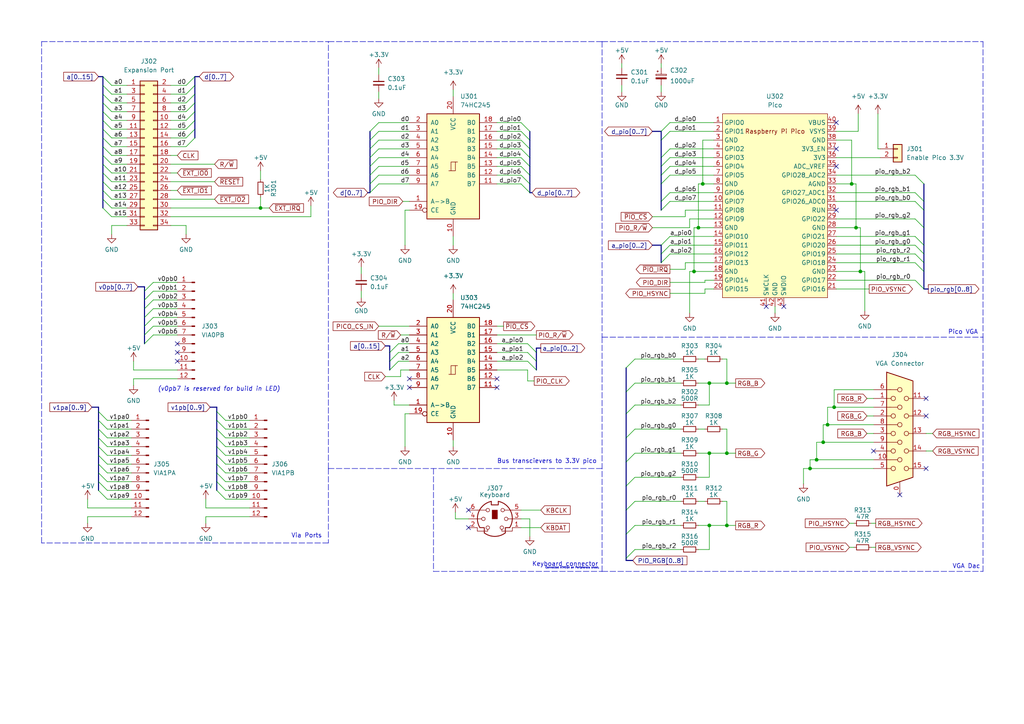
<source format=kicad_sch>
(kicad_sch (version 20211123) (generator eeschema)
  (paper "A4")
  (junction (at 236.855 133.35))
  (junction (at 247.015 53.34))
  (junction (at 241.935 118.11))
  (junction (at 202.565 66.04))
  (junction (at 210.82 131.445))
  (junction (at 75.565 60.325))
  (junction (at 201.295 78.74))
  (junction (at 205.74 111.125))
  (junction (at 249.555 78.74))
  (junction (at 210.82 152.4))
  (junction (at 210.82 111.125))
  (junction (at 205.74 131.445))
  (junction (at 240.03 123.19))
  (junction (at 248.285 66.04))
  (junction (at 238.76 128.27))
  (junction (at 203.835 53.34))
  (junction (at 234.95 135.89))
  (junction (at 205.74 152.4))
  (no_connect (at 260.985 143.51))
  (no_connect (at 253.365 130.81))
  (no_connect (at 135.89 147.955))
  (no_connect (at 135.89 153.035))
  (no_connect (at 144.145 109.855))
  (no_connect (at 118.745 109.855))
  (no_connect (at 268.605 135.89))
  (no_connect (at 268.605 115.57))
  (no_connect (at 268.605 120.65))
  (no_connect (at 144.145 112.395))
  (no_connect (at 118.745 112.395))
  (no_connect (at 51.435 99.695))
  (no_connect (at 51.435 104.775))
  (no_connect (at 51.435 102.235))
  (no_connect (at 242.57 43.18))
  (no_connect (at 242.57 48.26))
  (no_connect (at 242.57 35.56))
  (no_connect (at 242.57 60.96))
  (no_connect (at 227.33 88.9))
  (no_connect (at 222.25 88.9))
  (bus_entry (at 184.15 117.475) (size -2.54 2.54))
  (bus_entry (at 32.385 45.085) (size -2.54 -2.54))
  (bus_entry (at 151.13 43.18) (size 2.54 2.54))
  (bus_entry (at 265.43 58.42) (size 2.54 2.54))
  (bus_entry (at 151.13 50.8) (size 2.54 2.54))
  (bus_entry (at 194.31 68.58) (size -2.54 2.54))
  (bus_entry (at 194.31 73.66) (size -2.54 2.54))
  (bus_entry (at 194.31 71.12) (size -2.54 2.54))
  (bus_entry (at 62.865 121.92) (size 2.54 2.54))
  (bus_entry (at 153.035 104.775) (size 2.54 2.54))
  (bus_entry (at 32.385 29.845) (size -2.54 -2.54))
  (bus_entry (at 65.405 144.78) (size -2.54 -2.54))
  (bus_entry (at 151.13 35.56) (size 2.54 2.54))
  (bus_entry (at 153.035 102.235) (size 2.54 2.54))
  (bus_entry (at 32.385 47.625) (size -2.54 -2.54))
  (bus_entry (at 32.385 40.005) (size -2.54 -2.54))
  (bus_entry (at 109.855 53.34) (size -2.54 2.54))
  (bus_entry (at 109.855 50.8) (size -2.54 2.54))
  (bus_entry (at 109.855 40.64) (size -2.54 2.54))
  (bus_entry (at 109.855 48.26) (size -2.54 2.54))
  (bus_entry (at 109.855 38.1) (size -2.54 2.54))
  (bus_entry (at 109.855 35.56) (size -2.54 2.54))
  (bus_entry (at 109.855 45.72) (size -2.54 2.54))
  (bus_entry (at 109.855 43.18) (size -2.54 2.54))
  (bus_entry (at 184.15 145.415) (size -2.54 2.54))
  (bus_entry (at 184.15 152.4) (size -2.54 2.54))
  (bus_entry (at 184.15 124.46) (size -2.54 2.54))
  (bus_entry (at 184.15 131.445) (size -2.54 2.54))
  (bus_entry (at 184.15 138.43) (size -2.54 2.54))
  (bus_entry (at 65.405 134.62) (size -2.54 -2.54))
  (bus_entry (at 194.31 35.56) (size -2.54 2.54))
  (bus_entry (at 194.31 48.26) (size -2.54 2.54))
  (bus_entry (at 194.31 43.18) (size -2.54 2.54))
  (bus_entry (at 194.31 38.1) (size -2.54 2.54))
  (bus_entry (at 194.31 58.42) (size -2.54 2.54))
  (bus_entry (at 194.31 55.88) (size -2.54 2.54))
  (bus_entry (at 194.31 45.72) (size -2.54 2.54))
  (bus_entry (at 194.31 50.8) (size -2.54 2.54))
  (bus_entry (at 32.385 52.705) (size -2.54 -2.54))
  (bus_entry (at 32.385 42.545) (size -2.54 -2.54))
  (bus_entry (at 151.13 48.26) (size 2.54 2.54))
  (bus_entry (at 31.115 129.54) (size -2.54 -2.54))
  (bus_entry (at 31.115 127) (size -2.54 -2.54))
  (bus_entry (at 31.115 132.08) (size -2.54 -2.54))
  (bus_entry (at 31.115 142.24) (size -2.54 -2.54))
  (bus_entry (at 31.115 144.78) (size -2.54 -2.54))
  (bus_entry (at 31.115 134.62) (size -2.54 -2.54))
  (bus_entry (at 31.115 137.16) (size -2.54 -2.54))
  (bus_entry (at 53.975 27.305) (size 2.54 -2.54))
  (bus_entry (at 53.975 24.765) (size 2.54 -2.54))
  (bus_entry (at 53.975 29.845) (size 2.54 -2.54))
  (bus_entry (at 53.975 32.385) (size 2.54 -2.54))
  (bus_entry (at 53.975 34.925) (size 2.54 -2.54))
  (bus_entry (at 53.975 37.465) (size 2.54 -2.54))
  (bus_entry (at 53.975 40.005) (size 2.54 -2.54))
  (bus_entry (at 53.975 42.545) (size 2.54 -2.54))
  (bus_entry (at 62.865 119.38) (size 2.54 2.54))
  (bus_entry (at 28.575 121.92) (size 2.54 2.54))
  (bus_entry (at 28.575 119.38) (size 2.54 2.54))
  (bus_entry (at 184.15 104.14) (size -2.54 2.54))
  (bus_entry (at 184.15 111.125) (size -2.54 2.54))
  (bus_entry (at 32.385 24.765) (size -2.54 -2.54))
  (bus_entry (at 32.385 60.325) (size -2.54 -2.54))
  (bus_entry (at 184.15 159.385) (size -2.54 2.54))
  (bus_entry (at 32.385 32.385) (size -2.54 -2.54))
  (bus_entry (at 151.13 45.72) (size 2.54 2.54))
  (bus_entry (at 32.385 55.245) (size -2.54 -2.54))
  (bus_entry (at 65.405 142.24) (size -2.54 -2.54))
  (bus_entry (at 115.57 104.775) (size -2.54 2.54))
  (bus_entry (at 151.13 40.64) (size 2.54 2.54))
  (bus_entry (at 32.385 34.925) (size -2.54 -2.54))
  (bus_entry (at 265.43 50.8) (size 2.54 2.54))
  (bus_entry (at 265.43 55.88) (size 2.54 2.54))
  (bus_entry (at 65.405 137.16) (size -2.54 -2.54))
  (bus_entry (at 32.385 37.465) (size -2.54 -2.54))
  (bus_entry (at 115.57 99.695) (size -2.54 2.54))
  (bus_entry (at 265.43 63.5) (size 2.54 2.54))
  (bus_entry (at 65.405 139.7) (size -2.54 -2.54))
  (bus_entry (at 151.13 38.1) (size 2.54 2.54))
  (bus_entry (at 32.385 62.865) (size -2.54 -2.54))
  (bus_entry (at 265.43 68.58) (size 2.54 2.54))
  (bus_entry (at 265.43 81.28) (size 2.54 2.54))
  (bus_entry (at 265.43 71.12) (size 2.54 2.54))
  (bus_entry (at 265.43 73.66) (size 2.54 2.54))
  (bus_entry (at 65.405 132.08) (size -2.54 -2.54))
  (bus_entry (at 115.57 102.235) (size -2.54 2.54))
  (bus_entry (at 32.385 57.785) (size -2.54 -2.54))
  (bus_entry (at 65.405 127) (size -2.54 -2.54))
  (bus_entry (at 32.385 50.165) (size -2.54 -2.54))
  (bus_entry (at 65.405 129.54) (size -2.54 -2.54))
  (bus_entry (at 32.385 27.305) (size -2.54 -2.54))
  (bus_entry (at 41.91 97.155) (size 2.54 -2.54))
  (bus_entry (at 41.91 94.615) (size 2.54 -2.54))
  (bus_entry (at 41.91 99.695) (size 2.54 -2.54))
  (bus_entry (at 41.91 86.995) (size 2.54 -2.54))
  (bus_entry (at 41.91 89.535) (size 2.54 -2.54))
  (bus_entry (at 41.91 92.075) (size 2.54 -2.54))
  (bus_entry (at 41.91 84.455) (size 2.54 -2.54))
  (bus_entry (at 28.575 137.16) (size 2.54 2.54))
  (bus_entry (at 151.13 53.34) (size 2.54 2.54))
  (bus_entry (at 265.43 76.2) (size 2.54 2.54))
  (bus_entry (at 153.035 99.695) (size 2.54 2.54))
  (bus (pts (xy 189.23 71.12) (xy 191.77 71.12)))
  (bus (pts (xy 153.67 53.34) (xy 153.67 55.88)))
  (wire (pts (xy 207.01 40.64) (xy 203.835 40.64)))
  (wire (pts (xy 115.57 99.695) (xy 118.745 99.695)))
  (wire (pts (xy 200.025 63.5) (xy 207.01 63.5)))
  (wire (pts (xy 116.205 107.315) (xy 116.205 109.22)))
  (wire (pts (xy 184.15 138.43) (xy 197.485 138.43)))
  (wire (pts (xy 242.57 63.5) (xy 265.43 63.5)))
  (wire (pts (xy 194.31 38.1) (xy 207.01 38.1)))
  (wire (pts (xy 247.015 53.34) (xy 248.285 53.34)))
  (wire (pts (xy 242.57 38.1) (xy 248.92 38.1)))
  (wire (pts (xy 117.475 60.96) (xy 117.475 71.12)))
  (wire (pts (xy 59.69 149.86) (xy 72.39 149.86)))
  (wire (pts (xy 144.145 104.775) (xy 153.035 104.775)))
  (bus (pts (xy 153.67 40.64) (xy 153.67 43.18)))
  (wire (pts (xy 65.405 142.24) (xy 72.39 142.24)))
  (wire (pts (xy 198.755 78.105) (xy 194.31 78.105)))
  (wire (pts (xy 254.635 33.02) (xy 254.635 43.18)))
  (wire (pts (xy 65.405 132.08) (xy 72.39 132.08)))
  (bus (pts (xy 107.315 48.26) (xy 107.315 50.8)))
  (wire (pts (xy 118.745 117.475) (xy 114.3 117.475)))
  (wire (pts (xy 49.53 42.545) (xy 53.975 42.545)))
  (wire (pts (xy 201.295 66.04) (xy 201.295 78.74)))
  (bus (pts (xy 62.865 127) (xy 62.865 129.54)))
  (bus (pts (xy 41.91 92.075) (xy 41.91 94.615)))
  (wire (pts (xy 194.31 81.915) (xy 204.47 81.915)))
  (wire (pts (xy 31.115 142.24) (xy 38.1 142.24)))
  (bus (pts (xy 111.76 100.33) (xy 113.03 100.33)))
  (wire (pts (xy 194.31 58.42) (xy 207.01 58.42)))
  (bus (pts (xy 191.77 53.34) (xy 191.77 58.42)))
  (bus (pts (xy 181.61 161.925) (xy 181.61 162.56)))
  (bus (pts (xy 29.845 37.465) (xy 29.845 40.005)))
  (wire (pts (xy 49.53 57.785) (xy 62.23 57.785)))
  (wire (pts (xy 202.565 152.4) (xy 205.74 152.4)))
  (wire (pts (xy 203.835 53.34) (xy 202.565 53.34)))
  (wire (pts (xy 75.565 57.15) (xy 75.565 60.325)))
  (bus (pts (xy 181.61 154.94) (xy 181.61 161.925)))
  (wire (pts (xy 207.01 53.34) (xy 203.835 53.34)))
  (wire (pts (xy 104.775 84.455) (xy 104.775 86.36)))
  (wire (pts (xy 202.565 131.445) (xy 205.74 131.445)))
  (wire (pts (xy 109.855 40.64) (xy 118.745 40.64)))
  (wire (pts (xy 44.45 89.535) (xy 51.435 89.535)))
  (wire (pts (xy 115.57 102.235) (xy 118.745 102.235)))
  (bus (pts (xy 28.575 124.46) (xy 28.575 127)))
  (wire (pts (xy 242.57 66.04) (xy 248.285 66.04)))
  (wire (pts (xy 65.405 124.46) (xy 72.39 124.46)))
  (wire (pts (xy 151.13 50.8) (xy 144.145 50.8)))
  (wire (pts (xy 151.13 43.18) (xy 144.145 43.18)))
  (wire (pts (xy 224.79 88.9) (xy 224.79 90.805)))
  (wire (pts (xy 210.82 145.415) (xy 210.82 152.4)))
  (wire (pts (xy 184.15 104.14) (xy 197.485 104.14)))
  (wire (pts (xy 44.45 97.155) (xy 51.435 97.155)))
  (bus (pts (xy 41.91 84.455) (xy 41.91 86.995)))
  (polyline (pts (xy 12.065 12.065) (xy 95.25 12.065)))
  (bus (pts (xy 29.845 52.705) (xy 29.845 55.245)))
  (bus (pts (xy 28.575 139.7) (xy 28.575 142.24)))
  (bus (pts (xy 29.845 57.785) (xy 29.845 60.325)))
  (bus (pts (xy 62.865 137.16) (xy 62.865 139.7)))
  (bus (pts (xy 29.845 47.625) (xy 29.845 50.165)))
  (wire (pts (xy 234.95 133.35) (xy 234.95 135.89)))
  (bus (pts (xy 29.845 40.005) (xy 29.845 42.545)))
  (bus (pts (xy 41.91 94.615) (xy 41.91 97.155)))
  (bus (pts (xy 267.97 60.96) (xy 267.97 66.04)))
  (wire (pts (xy 90.17 59.69) (xy 90.17 62.865)))
  (wire (pts (xy 36.83 65.405) (xy 32.385 65.405)))
  (bus (pts (xy 62.865 118.11) (xy 62.865 119.38)))
  (bus (pts (xy 62.865 134.62) (xy 62.865 137.16)))
  (wire (pts (xy 194.31 55.88) (xy 207.01 55.88)))
  (wire (pts (xy 151.13 45.72) (xy 144.145 45.72)))
  (wire (pts (xy 65.405 129.54) (xy 72.39 129.54)))
  (wire (pts (xy 49.53 34.925) (xy 53.975 34.925)))
  (wire (pts (xy 44.45 92.075) (xy 51.435 92.075)))
  (bus (pts (xy 26.67 118.11) (xy 28.575 118.11)))
  (wire (pts (xy 116.84 58.42) (xy 118.745 58.42)))
  (wire (pts (xy 205.74 111.125) (xy 205.74 117.475)))
  (bus (pts (xy 267.97 71.12) (xy 267.97 73.66)))
  (bus (pts (xy 56.515 24.765) (xy 56.515 27.305)))
  (bus (pts (xy 29.845 32.385) (xy 29.845 34.925)))
  (wire (pts (xy 109.855 35.56) (xy 118.745 35.56)))
  (wire (pts (xy 65.405 127) (xy 72.39 127)))
  (bus (pts (xy 28.575 134.62) (xy 28.575 137.16)))
  (wire (pts (xy 32.385 32.385) (xy 36.83 32.385)))
  (wire (pts (xy 236.855 133.35) (xy 234.95 133.35)))
  (wire (pts (xy 253.365 128.27) (xy 238.76 128.27)))
  (wire (pts (xy 116.205 109.22) (xy 111.76 109.22)))
  (wire (pts (xy 131.445 127.635) (xy 131.445 129.54)))
  (bus (pts (xy 189.23 38.1) (xy 191.77 38.1)))
  (bus (pts (xy 155.575 104.775) (xy 155.575 107.315)))
  (bus (pts (xy 57.785 22.225) (xy 56.515 22.225)))
  (wire (pts (xy 198.755 62.865) (xy 189.23 62.865)))
  (bus (pts (xy 40.005 83.185) (xy 41.91 83.185)))
  (wire (pts (xy 191.77 24.765) (xy 191.77 26.67)))
  (wire (pts (xy 44.45 94.615) (xy 51.435 94.615)))
  (wire (pts (xy 204.47 83.82) (xy 204.47 85.09)))
  (wire (pts (xy 31.115 127) (xy 38.1 127)))
  (wire (pts (xy 236.855 128.27) (xy 236.855 133.35)))
  (bus (pts (xy 191.77 58.42) (xy 191.77 60.96)))
  (bus (pts (xy 28.575 129.54) (xy 28.575 132.08)))
  (wire (pts (xy 247.015 40.64) (xy 247.015 53.34)))
  (bus (pts (xy 181.61 127) (xy 181.61 133.985)))
  (wire (pts (xy 49.53 65.405) (xy 53.975 65.405)))
  (bus (pts (xy 267.97 76.2) (xy 267.97 78.74)))
  (wire (pts (xy 205.74 159.385) (xy 205.74 152.4)))
  (wire (pts (xy 31.115 137.16) (xy 38.1 137.16)))
  (wire (pts (xy 151.13 153.035) (xy 156.845 153.035)))
  (wire (pts (xy 32.385 37.465) (xy 36.83 37.465)))
  (wire (pts (xy 242.57 76.2) (xy 265.43 76.2)))
  (wire (pts (xy 204.47 85.09) (xy 194.31 85.09)))
  (bus (pts (xy 56.515 22.225) (xy 56.515 24.765)))
  (wire (pts (xy 131.445 26.035) (xy 131.445 27.94)))
  (wire (pts (xy 205.74 138.43) (xy 205.74 131.445)))
  (wire (pts (xy 233.045 135.89) (xy 234.95 135.89)))
  (wire (pts (xy 184.15 145.415) (xy 197.485 145.415)))
  (bus (pts (xy 56.515 27.305) (xy 56.515 29.845)))
  (wire (pts (xy 31.115 129.54) (xy 38.1 129.54)))
  (wire (pts (xy 75.565 49.53) (xy 75.565 52.07)))
  (wire (pts (xy 109.855 43.18) (xy 118.745 43.18)))
  (wire (pts (xy 32.385 52.705) (xy 36.83 52.705)))
  (wire (pts (xy 144.145 99.695) (xy 153.035 99.695)))
  (wire (pts (xy 233.045 135.89) (xy 233.045 140.335)))
  (polyline (pts (xy 95.25 12.065) (xy 174.625 12.065)))
  (wire (pts (xy 118.745 120.015) (xy 117.475 120.015)))
  (wire (pts (xy 151.13 150.495) (xy 153.67 150.495)))
  (wire (pts (xy 115.57 104.775) (xy 118.745 104.775)))
  (wire (pts (xy 209.55 145.415) (xy 210.82 145.415)))
  (wire (pts (xy 194.31 48.26) (xy 207.01 48.26)))
  (bus (pts (xy 113.03 102.235) (xy 113.03 104.775)))
  (wire (pts (xy 144.145 94.615) (xy 146.05 94.615)))
  (polyline (pts (xy 174.625 135.89) (xy 95.25 135.89)))
  (bus (pts (xy 41.91 83.185) (xy 41.91 84.455)))
  (wire (pts (xy 194.31 71.12) (xy 207.01 71.12)))
  (wire (pts (xy 118.745 107.315) (xy 116.205 107.315)))
  (bus (pts (xy 181.61 147.955) (xy 181.61 154.94)))
  (wire (pts (xy 242.57 78.74) (xy 249.555 78.74)))
  (wire (pts (xy 32.385 57.785) (xy 36.83 57.785)))
  (wire (pts (xy 202.565 111.125) (xy 205.74 111.125)))
  (polyline (pts (xy 174.625 97.79) (xy 285.115 97.79)))
  (bus (pts (xy 267.97 78.74) (xy 267.97 83.82)))
  (wire (pts (xy 248.285 53.34) (xy 248.285 66.04)))
  (bus (pts (xy 191.77 38.1) (xy 191.77 40.64)))
  (wire (pts (xy 200.025 90.805) (xy 200.025 78.74)))
  (wire (pts (xy 116.205 97.155) (xy 118.745 97.155)))
  (wire (pts (xy 38.735 109.855) (xy 38.735 111.76)))
  (wire (pts (xy 242.57 83.82) (xy 252.095 83.82)))
  (bus (pts (xy 107.315 53.34) (xy 107.315 55.88)))
  (wire (pts (xy 32.385 27.305) (xy 36.83 27.305)))
  (wire (pts (xy 49.53 47.625) (xy 62.23 47.625)))
  (wire (pts (xy 205.74 111.125) (xy 210.82 111.125)))
  (wire (pts (xy 194.31 73.66) (xy 207.01 73.66)))
  (bus (pts (xy 107.315 38.1) (xy 107.315 40.64)))
  (polyline (pts (xy 95.25 157.48) (xy 12.065 157.48)))
  (bus (pts (xy 191.77 73.66) (xy 191.77 76.2)))
  (wire (pts (xy 131.445 85.09) (xy 131.445 86.995)))
  (bus (pts (xy 62.865 139.7) (xy 62.865 142.24)))
  (wire (pts (xy 240.03 123.19) (xy 253.365 123.19)))
  (wire (pts (xy 44.45 84.455) (xy 51.435 84.455)))
  (bus (pts (xy 41.91 86.995) (xy 41.91 89.535)))
  (bus (pts (xy 107.315 43.18) (xy 107.315 45.72)))
  (wire (pts (xy 32.385 24.765) (xy 36.83 24.765)))
  (wire (pts (xy 202.565 138.43) (xy 205.74 138.43)))
  (wire (pts (xy 209.55 124.46) (xy 210.82 124.46)))
  (wire (pts (xy 207.01 66.04) (xy 202.565 66.04)))
  (bus (pts (xy 28.575 22.225) (xy 29.845 22.225)))
  (wire (pts (xy 117.475 120.015) (xy 117.475 129.54)))
  (wire (pts (xy 184.15 111.125) (xy 197.485 111.125)))
  (wire (pts (xy 180.34 24.765) (xy 180.34 26.67)))
  (wire (pts (xy 238.76 128.27) (xy 236.855 128.27)))
  (wire (pts (xy 184.15 159.385) (xy 197.485 159.385)))
  (wire (pts (xy 31.115 134.62) (xy 38.1 134.62)))
  (wire (pts (xy 238.76 123.19) (xy 240.03 123.19)))
  (wire (pts (xy 49.53 50.165) (xy 51.435 50.165)))
  (wire (pts (xy 154.94 110.49) (xy 153.035 110.49)))
  (wire (pts (xy 59.69 147.32) (xy 59.69 144.78)))
  (wire (pts (xy 109.855 19.685) (xy 109.855 21.59)))
  (bus (pts (xy 107.315 50.8) (xy 107.315 53.34)))
  (wire (pts (xy 202.565 53.34) (xy 202.565 66.04)))
  (wire (pts (xy 252.73 151.765) (xy 254 151.765)))
  (bus (pts (xy 181.61 113.665) (xy 181.61 120.015)))
  (bus (pts (xy 29.845 42.545) (xy 29.845 45.085)))
  (wire (pts (xy 251.46 115.57) (xy 253.365 115.57)))
  (bus (pts (xy 29.845 24.765) (xy 29.845 27.305)))
  (wire (pts (xy 49.53 29.845) (xy 53.975 29.845)))
  (wire (pts (xy 153.67 155.575) (xy 153.67 150.495)))
  (wire (pts (xy 241.935 118.11) (xy 240.03 118.11)))
  (wire (pts (xy 151.13 35.56) (xy 144.145 35.56)))
  (wire (pts (xy 109.855 48.26) (xy 118.745 48.26)))
  (wire (pts (xy 32.385 45.085) (xy 36.83 45.085)))
  (wire (pts (xy 210.82 152.4) (xy 213.36 152.4)))
  (bus (pts (xy 153.67 50.8) (xy 153.67 53.34)))
  (wire (pts (xy 65.405 134.62) (xy 72.39 134.62)))
  (polyline (pts (xy 95.25 135.89) (xy 95.25 157.48)))
  (wire (pts (xy 242.57 81.28) (xy 265.43 81.28)))
  (bus (pts (xy 155.575 100.965) (xy 156.845 100.965)))
  (wire (pts (xy 249.555 78.74) (xy 250.825 78.74)))
  (wire (pts (xy 202.565 117.475) (xy 205.74 117.475)))
  (bus (pts (xy 62.865 132.08) (xy 62.865 134.62)))
  (wire (pts (xy 135.89 150.495) (xy 132.08 150.495)))
  (wire (pts (xy 242.57 71.12) (xy 265.43 71.12)))
  (wire (pts (xy 254.635 43.18) (xy 255.27 43.18)))
  (wire (pts (xy 210.82 131.445) (xy 213.36 131.445)))
  (bus (pts (xy 191.77 40.64) (xy 191.77 45.72)))
  (bus (pts (xy 56.515 32.385) (xy 56.515 34.925)))
  (wire (pts (xy 144.145 102.235) (xy 153.035 102.235)))
  (wire (pts (xy 153.035 110.49) (xy 153.035 107.315)))
  (wire (pts (xy 201.295 78.74) (xy 207.01 78.74)))
  (bus (pts (xy 153.67 38.1) (xy 153.67 40.64)))
  (wire (pts (xy 246.38 158.75) (xy 247.65 158.75)))
  (bus (pts (xy 267.97 53.34) (xy 267.97 58.42)))
  (bus (pts (xy 191.77 71.12) (xy 191.77 73.66)))
  (bus (pts (xy 267.97 66.04) (xy 267.97 71.12)))
  (wire (pts (xy 131.445 68.58) (xy 131.445 71.12)))
  (wire (pts (xy 200.025 78.74) (xy 201.295 78.74)))
  (wire (pts (xy 251.46 120.65) (xy 253.365 120.65)))
  (wire (pts (xy 184.15 124.46) (xy 197.485 124.46)))
  (bus (pts (xy 113.03 104.775) (xy 113.03 107.315)))
  (wire (pts (xy 151.13 38.1) (xy 144.145 38.1)))
  (wire (pts (xy 180.34 18.415) (xy 180.34 19.685)))
  (bus (pts (xy 191.77 48.26) (xy 191.77 50.8)))
  (wire (pts (xy 151.13 147.955) (xy 156.845 147.955)))
  (bus (pts (xy 29.845 34.925) (xy 29.845 37.465)))
  (wire (pts (xy 194.31 35.56) (xy 207.01 35.56)))
  (wire (pts (xy 241.935 118.11) (xy 253.365 118.11)))
  (wire (pts (xy 207.01 60.96) (xy 198.755 60.96)))
  (wire (pts (xy 49.53 24.765) (xy 53.975 24.765)))
  (wire (pts (xy 242.57 45.72) (xy 255.27 45.72)))
  (polyline (pts (xy 174.625 165.735) (xy 285.115 165.735)))
  (wire (pts (xy 104.775 77.47) (xy 104.775 79.375)))
  (bus (pts (xy 28.575 137.16) (xy 28.575 139.7)))
  (wire (pts (xy 151.13 40.64) (xy 144.145 40.64)))
  (bus (pts (xy 28.575 132.08) (xy 28.575 134.62)))
  (bus (pts (xy 267.97 73.66) (xy 267.97 76.2)))
  (wire (pts (xy 65.405 139.7) (xy 72.39 139.7)))
  (bus (pts (xy 41.91 97.155) (xy 41.91 99.695)))
  (wire (pts (xy 242.57 53.34) (xy 247.015 53.34)))
  (wire (pts (xy 151.13 48.26) (xy 144.145 48.26)))
  (wire (pts (xy 202.565 104.14) (xy 204.47 104.14)))
  (wire (pts (xy 246.38 151.765) (xy 247.65 151.765)))
  (wire (pts (xy 210.82 111.125) (xy 213.36 111.125)))
  (wire (pts (xy 242.57 55.88) (xy 265.43 55.88)))
  (bus (pts (xy 153.67 45.72) (xy 153.67 48.26)))
  (wire (pts (xy 32.385 62.865) (xy 36.83 62.865)))
  (wire (pts (xy 204.47 81.28) (xy 204.47 81.915)))
  (bus (pts (xy 191.77 45.72) (xy 191.77 48.26)))
  (wire (pts (xy 207.01 83.82) (xy 204.47 83.82)))
  (wire (pts (xy 49.53 40.005) (xy 53.975 40.005)))
  (wire (pts (xy 242.57 68.58) (xy 265.43 68.58)))
  (wire (pts (xy 198.755 76.2) (xy 198.755 78.105)))
  (wire (pts (xy 132.08 150.495) (xy 132.08 148.59)))
  (bus (pts (xy 267.97 58.42) (xy 267.97 60.96)))
  (bus (pts (xy 29.845 29.845) (xy 29.845 32.385)))
  (wire (pts (xy 151.13 53.34) (xy 144.145 53.34)))
  (wire (pts (xy 32.385 50.165) (xy 36.83 50.165)))
  (wire (pts (xy 202.565 145.415) (xy 204.47 145.415)))
  (wire (pts (xy 242.57 50.8) (xy 265.43 50.8)))
  (wire (pts (xy 109.855 45.72) (xy 118.745 45.72)))
  (wire (pts (xy 241.935 113.03) (xy 253.365 113.03)))
  (wire (pts (xy 32.385 42.545) (xy 36.83 42.545)))
  (wire (pts (xy 253.365 133.35) (xy 236.855 133.35)))
  (wire (pts (xy 114.3 117.475) (xy 114.3 116.205)))
  (bus (pts (xy 56.515 34.925) (xy 56.515 37.465)))
  (wire (pts (xy 25.4 149.86) (xy 38.1 149.86)))
  (bus (pts (xy 183.515 162.56) (xy 181.61 162.56)))
  (bus (pts (xy 29.845 27.305) (xy 29.845 29.845)))
  (wire (pts (xy 252.73 158.75) (xy 254 158.75)))
  (wire (pts (xy 194.31 45.72) (xy 207.01 45.72)))
  (wire (pts (xy 49.53 37.465) (xy 53.975 37.465)))
  (wire (pts (xy 65.405 137.16) (xy 72.39 137.16)))
  (polyline (pts (xy 285.115 97.79) (xy 285.115 165.735)))
  (bus (pts (xy 181.61 120.015) (xy 181.61 127)))
  (wire (pts (xy 75.565 60.325) (xy 78.105 60.325)))
  (wire (pts (xy 200.025 66.04) (xy 189.23 66.04)))
  (wire (pts (xy 248.92 38.1) (xy 248.92 33.02)))
  (wire (pts (xy 268.605 125.73) (xy 270.51 125.73)))
  (polyline (pts (xy 285.115 12.065) (xy 285.115 97.79)))
  (wire (pts (xy 32.385 55.245) (xy 36.83 55.245)))
  (wire (pts (xy 198.755 60.96) (xy 198.755 62.865)))
  (wire (pts (xy 191.77 18.415) (xy 191.77 19.685)))
  (wire (pts (xy 31.115 139.7) (xy 38.1 139.7)))
  (bus (pts (xy 56.515 29.845) (xy 56.515 32.385)))
  (wire (pts (xy 194.31 68.58) (xy 207.01 68.58)))
  (wire (pts (xy 32.385 34.925) (xy 36.83 34.925)))
  (wire (pts (xy 241.935 113.03) (xy 241.935 118.11)))
  (bus (pts (xy 153.67 48.26) (xy 153.67 50.8)))
  (wire (pts (xy 209.55 104.14) (xy 210.82 104.14)))
  (wire (pts (xy 49.53 45.085) (xy 51.435 45.085)))
  (wire (pts (xy 144.145 97.155) (xy 155.575 97.155)))
  (wire (pts (xy 240.03 118.11) (xy 240.03 123.19)))
  (wire (pts (xy 109.855 94.615) (xy 118.745 94.615)))
  (wire (pts (xy 184.15 117.475) (xy 197.485 117.475)))
  (wire (pts (xy 72.39 147.32) (xy 59.69 147.32)))
  (bus (pts (xy 28.575 127) (xy 28.575 129.54)))
  (bus (pts (xy 181.61 133.985) (xy 181.61 140.97)))
  (wire (pts (xy 203.835 40.64) (xy 203.835 53.34)))
  (wire (pts (xy 109.855 26.67) (xy 109.855 28.575)))
  (wire (pts (xy 49.53 60.325) (xy 75.565 60.325)))
  (wire (pts (xy 210.82 104.14) (xy 210.82 111.125)))
  (bus (pts (xy 153.67 43.18) (xy 153.67 45.72)))
  (bus (pts (xy 181.61 106.68) (xy 181.61 113.665)))
  (bus (pts (xy 29.845 22.225) (xy 29.845 24.765)))
  (polyline (pts (xy 12.065 157.48) (xy 12.065 12.065)))
  (bus (pts (xy 154.305 55.88) (xy 153.67 55.88)))
  (polyline (pts (xy 125.73 135.89) (xy 125.73 165.735)))
  (polyline (pts (xy 174.625 12.065) (xy 285.115 12.065)))
  (wire (pts (xy 109.855 53.34) (xy 118.745 53.34)))
  (wire (pts (xy 32.385 40.005) (xy 36.83 40.005)))
  (wire (pts (xy 32.385 29.845) (xy 36.83 29.845)))
  (wire (pts (xy 205.74 152.4) (xy 210.82 152.4)))
  (wire (pts (xy 25.4 147.32) (xy 25.4 144.78)))
  (bus (pts (xy 62.865 124.46) (xy 62.865 127)))
  (wire (pts (xy 32.385 65.405) (xy 32.385 67.945)))
  (wire (pts (xy 242.57 73.66) (xy 265.43 73.66)))
  (wire (pts (xy 153.035 107.315) (xy 144.145 107.315)))
  (wire (pts (xy 31.115 144.78) (xy 38.1 144.78)))
  (wire (pts (xy 249.555 66.04) (xy 249.555 78.74)))
  (wire (pts (xy 90.17 62.865) (xy 49.53 62.865)))
  (bus (pts (xy 113.03 100.33) (xy 113.03 102.235)))
  (wire (pts (xy 242.57 40.64) (xy 247.015 40.64)))
  (wire (pts (xy 49.53 27.305) (xy 53.975 27.305)))
  (wire (pts (xy 31.115 132.08) (xy 38.1 132.08)))
  (bus (pts (xy 107.315 45.72) (xy 107.315 48.26)))
  (bus (pts (xy 29.845 45.085) (xy 29.845 47.625)))
  (wire (pts (xy 207.01 76.2) (xy 198.755 76.2)))
  (bus (pts (xy 62.865 119.38) (xy 62.865 121.92)))
  (bus (pts (xy 181.61 140.97) (xy 181.61 147.955)))
  (wire (pts (xy 205.74 131.445) (xy 210.82 131.445)))
  (wire (pts (xy 31.115 121.92) (xy 38.1 121.92)))
  (bus (pts (xy 106.68 55.88) (xy 107.315 55.88)))
  (wire (pts (xy 268.605 130.81) (xy 270.51 130.81)))
  (wire (pts (xy 109.855 50.8) (xy 118.745 50.8)))
  (wire (pts (xy 59.69 149.86) (xy 59.69 151.765)))
  (wire (pts (xy 210.82 124.46) (xy 210.82 131.445)))
  (wire (pts (xy 38.735 109.855) (xy 51.435 109.855)))
  (wire (pts (xy 32.385 60.325) (xy 36.83 60.325)))
  (wire (pts (xy 32.385 47.625) (xy 36.83 47.625)))
  (bus (pts (xy 267.97 83.82) (xy 269.24 83.82)))
  (bus (pts (xy 29.845 55.245) (xy 29.845 57.785)))
  (wire (pts (xy 49.53 32.385) (xy 53.975 32.385)))
  (wire (pts (xy 65.405 144.78) (xy 72.39 144.78)))
  (bus (pts (xy 56.515 37.465) (xy 56.515 40.005)))
  (wire (pts (xy 202.565 66.04) (xy 201.295 66.04)))
  (wire (pts (xy 250.825 78.74) (xy 250.825 90.17)))
  (wire (pts (xy 194.31 50.8) (xy 207.01 50.8)))
  (wire (pts (xy 44.45 86.995) (xy 51.435 86.995)))
  (wire (pts (xy 194.31 43.18) (xy 207.01 43.18)))
  (wire (pts (xy 51.435 107.315) (xy 38.735 107.315)))
  (bus (pts (xy 28.575 119.38) (xy 28.575 121.92)))
  (polyline (pts (xy 95.25 135.89) (xy 95.25 12.065)))
  (wire (pts (xy 248.285 66.04) (xy 249.555 66.04)))
  (wire (pts (xy 234.95 135.89) (xy 253.365 135.89)))
  (wire (pts (xy 109.855 38.1) (xy 118.745 38.1)))
  (wire (pts (xy 31.115 124.46) (xy 38.1 124.46)))
  (wire (pts (xy 38.735 107.315) (xy 38.735 104.775)))
  (wire (pts (xy 49.53 52.705) (xy 62.23 52.705)))
  (wire (pts (xy 184.15 131.445) (xy 197.485 131.445)))
  (bus (pts (xy 191.77 50.8) (xy 191.77 53.34)))
  (wire (pts (xy 49.53 55.245) (xy 51.435 55.245)))
  (wire (pts (xy 200.025 63.5) (xy 200.025 66.04)))
  (wire (pts (xy 242.57 58.42) (xy 265.43 58.42)))
  (wire (pts (xy 65.405 121.92) (xy 72.39 121.92)))
  (wire (pts (xy 184.15 152.4) (xy 197.485 152.4)))
  (wire (pts (xy 202.565 124.46) (xy 204.47 124.46)))
  (wire (pts (xy 207.01 81.28) (xy 204.47 81.28)))
  (wire (pts (xy 44.45 81.915) (xy 51.435 81.915)))
  (wire (pts (xy 53.975 65.405) (xy 53.975 67.945)))
  (polyline (pts (xy 174.625 12.065) (xy 174.625 97.79)))
  (polyline (pts (xy 174.625 97.79) (xy 174.625 165.735)))
  (bus (pts (xy 62.865 129.54) (xy 62.865 132.08)))
  (wire (pts (xy 238.76 123.19) (xy 238.76 128.27)))
  (bus (pts (xy 28.575 118.11) (xy 28.575 119.38)))
  (bus (pts (xy 60.96 118.11) (xy 62.865 118.11)))
  (bus (pts (xy 29.845 50.165) (xy 29.845 52.705)))
  (wire (pts (xy 38.1 147.32) (xy 25.4 147.32)))
  (bus (pts (xy 155.575 102.235) (xy 155.575 100.965)))
  (wire (pts (xy 202.565 159.385) (xy 205.74 159.385)))
  (wire (pts (xy 25.4 149.86) (xy 25.4 151.765)))
  (wire (pts (xy 251.46 125.73) (xy 253.365 125.73)))
  (bus (pts (xy 28.575 121.92) (xy 28.575 124.46)))
  (bus (pts (xy 41.91 89.535) (xy 41.91 92.075)))
  (bus (pts (xy 155.575 102.235) (xy 155.575 104.775)))
  (polyline (pts (xy 125.73 165.735) (xy 174.625 165.735)))
  (wire (pts (xy 118.745 60.96) (xy 117.475 60.96)))
  (bus (pts (xy 62.865 121.92) (xy 62.865 124.46)))
  (bus (pts (xy 107.315 40.64) (xy 107.315 43.18)))
  (text "Bus transcievers to 3.3V pico" (at 144.145 134.62 0) (effects (font (size 1.27 1.27)) (justify left bottom)))
  (text "VGA Dac" (at 276.225 165.1 0) (effects (font (size 1.27 1.27)) (justify left bottom)))
  (text "Connected ATMEGA on Peripherals sheet." (at 158.115 165.1 0) (effects (font (size 0.5 0.5)) (justify left bottom)))
  (text "Via Ports" (at 84.455 156.21 0) (effects (font (size 1.27 1.27)) (justify left bottom)))
  (text "Keyboard connector" (at 154.305 164.465 0) (effects (font (size 1.27 1.27)) (justify left bottom)))
  (text "Pico VGA" (at 274.955 97.155 0) (effects (font (size 1.27 1.27)) (justify left bottom)))
  (text "(v0pb7 is reserved for build in LED)" (at 45.72 113.665 0) (effects (font (size 1.27 1.27) italic) (justify left bottom)))
  (label "pio_rgb_g2" (at 264.16 63.5 180))
  (label "d_pio3" (at 195.58 45.72 0))
  (label "d_pio5" (at 195.58 50.8 0))
  (label "v1pa9" (at 31.75 144.78 0))
  (label "v0pb2" (at 45.72 86.995 0))
  (label "d1" (at 51.435 27.305 0))
  (label "v1pa5" (at 31.75 134.62 0))
  (label "d_pio7" (at 195.58 58.42 0))
  (label "pio_rgb_b2" (at 264.16 50.8 180))
  (label "d_pio4" (at 144.78 45.72 0))
  (label "a6" (at 33.02 40.005 0))
  (label "v0pb4" (at 45.72 92.075 0))
  (label "a0" (at 116.205 99.695 0))
  (label "a13" (at 33.02 57.785 0))
  (label "a4" (at 33.02 34.925 0))
  (label "d3" (at 116.205 43.18 0))
  (label "d3" (at 51.435 32.385 0))
  (label "v1pb7" (at 66.04 139.7 0))
  (label "d5" (at 51.435 37.465 0))
  (label "v1pb3" (at 66.0321 129.54 0))
  (label "d2" (at 51.435 29.845 0))
  (label "d_pio5" (at 144.78 48.26 0))
  (label "pio_rgb_r1" (at 196.215 152.4 180))
  (label "v0pb1" (at 45.72 84.455 0))
  (label "pio_rgb_g1" (at 264.16 68.58 180))
  (label "d_pio2" (at 195.58 43.18 0))
  (label "a15" (at 33.02 62.865 0))
  (label "d_pio1" (at 195.58 38.1 0))
  (label "v0pb5" (at 45.72 94.615 0))
  (label "d7" (at 116.205 53.34 0))
  (label "d_pio4" (at 195.58 48.26 0))
  (label "d_pio0" (at 144.78 35.56 0))
  (label "d_pio6" (at 195.58 55.88 0))
  (label "pio_rgb_b1" (at 196.215 111.125 180))
  (label "pio_rgb_r0" (at 196.215 145.415 180))
  (label "d5" (at 116.1371 48.26 0))
  (label "v0pb3" (at 45.72 89.535 0))
  (label "v1pb6" (at 66.04 137.16 0))
  (label "a1" (at 116.205 102.235 0))
  (label "pio_rgb_r2" (at 264.16 73.66 180))
  (label "d_pio7" (at 144.78 53.34 0))
  (label "v1pb0" (at 66.04 121.92 0))
  (label "a14" (at 33.02 60.325 0))
  (label "v1pb1" (at 66.04 124.46 0))
  (label "a0" (at 33.02 24.765 0))
  (label "v1pa2" (at 31.75 127 0))
  (label "a_pio2" (at 145.415 104.775 0))
  (label "d4" (at 51.435 34.925 0))
  (label "d4" (at 116.205 45.72 0))
  (label "v1pa8" (at 31.75 142.24 0))
  (label "v1pb5" (at 66.04 134.62 0))
  (label "d7" (at 51.3511 42.545 0))
  (label "v1pa4" (at 31.75 132.08 0))
  (label "a_pio1" (at 194.31 71.12 0))
  (label "a7" (at 32.9854 42.545 0))
  (label "d_pio1" (at 144.78 38.1 0))
  (label "v1pa7" (at 31.75 139.7 0))
  (label "pio_rgb_r0" (at 264.16 81.28 180))
  (label "a9" (at 33.02 47.625 0))
  (label "d_pio0" (at 195.58 35.56 0))
  (label "a5" (at 33.02 37.465 0))
  (label "v1pa0" (at 31.75 121.92 0))
  (label "a_pio1" (at 145.415 102.235 0))
  (label "pio_rgb_g2" (at 196.215 138.43 180))
  (label "d_pio2" (at 144.78 40.64 0))
  (label "v1pb4" (at 66.04 132.08 0))
  (label "pio_rgb_b2" (at 196.215 117.475 180))
  (label "a2" (at 33.02 29.845 0))
  (label "v1pb8" (at 66.04 142.24 0))
  (label "v0pb0" (at 45.72 81.915 0))
  (label "v1pa3" (at 31.7421 129.54 0))
  (label "d_pio6" (at 144.78 50.8 0))
  (label "a10" (at 33.02 50.165 0))
  (label "a8" (at 33.02 45.085 0))
  (label "d6" (at 116.1371 50.8 0))
  (label "d0" (at 51.435 24.765 0))
  (label "a_pio0" (at 145.415 99.695 0))
  (label "a3" (at 33.02 32.385 0))
  (label "pio_rgb_r2" (at 196.215 159.385 180))
  (label "pio_rgb_r1" (at 264.16 76.2 180))
  (label "pio_rgb_b0" (at 264.16 58.42 180))
  (label "pio_rgb_g1" (at 196.215 131.445 180))
  (label "d1" (at 116.205 38.1 0))
  (label "v1pa6" (at 31.75 137.16 0))
  (label "v0pb6" (at 45.72 97.155 0))
  (label "pio_rgb_g0" (at 264.16 71.12 180))
  (label "a12" (at 33.02 55.245 0))
  (label "a2" (at 116.205 104.775 0))
  (label "pio_rgb_b0" (at 196.215 104.14 180))
  (label "a_pio0" (at 194.31 68.58 0))
  (label "a11" (at 33.02 52.705 0))
  (label "pio_rgb_b1" (at 264.16 55.88 180))
  (label "d0" (at 116.205 35.56 0))
  (label "d_pio3" (at 144.78 43.18 0))
  (label "v1pa1" (at 31.75 124.46 0))
  (label "d2" (at 116.205 40.64 0))
  (label "v1pb2" (at 66.04 127 0))
  (label "a1" (at 33.02 27.305 0))
  (label "a_pio2" (at 194.31 73.66 0))
  (label "v1pb9" (at 66.04 144.78 0))
  (label "d6" (at 51.435 40.005 0))
  (label "pio_rgb_g0" (at 196.215 124.46 180))
  (global_label "~{EXT_IO1}" (shape input) (at 51.435 55.245 0) (property "Intersheet References" "${INTERSHEET_REFS}" (effects hide)))
  (global_label "PIO_HSYNC" (shape input) (at 246.38 151.765 180) (property "Intersheet References" "${INTERSHEET_REFS}" (effects hide)))
  (global_label "v1pa[0..9]" (shape input) (at 26.67 118.11 180) (property "Intersheet References" "${INTERSHEET_REFS}" (effects hide)))
  (global_label "pio_rgb[0..8]" (shape output) (at 269.24 83.82 0) (property "Intersheet References" "${INTERSHEET_REFS}" (effects hide)))
  (global_label "CLK" (shape input) (at 111.76 109.22 180) (property "Intersheet References" "${INTERSHEET_REFS}" (effects hide)))
  (global_label "PIO_DIR" (shape output) (at 194.31 81.915 180) (property "Intersheet References" "${INTERSHEET_REFS}" (effects hide)))
  (global_label "R{slash}~{W}" (shape input) (at 116.205 97.155 180) (property "Intersheet References" "${INTERSHEET_REFS}" (effects hide)))
  (global_label "RGB_G" (shape input) (at 251.46 120.65 180) (property "Intersheet References" "${INTERSHEET_REFS}" (effects hide)))
  (global_label "v0pb[0..7]" (shape input) (at 40.005 83.185 180) (property "Intersheet References" "${INTERSHEET_REFS}" (effects hide)))
  (global_label "~{PIO_CS}" (shape output) (at 146.05 94.615 0) (property "Intersheet References" "${INTERSHEET_REFS}" (effects hide)))
  (global_label "PICO_CS_IN" (shape input) (at 109.855 94.615 180) (property "Intersheet References" "${INTERSHEET_REFS}" (effects hide)))
  (global_label "d[0..7]" (shape bidirectional) (at 106.68 55.88 180) (property "Intersheet References" "${INTERSHEET_REFS}" (effects hide)))
  (global_label "KBCLK" (shape input) (at 156.845 147.955 0) (property "Intersheet References" "${INTERSHEET_REFS}" (effects hide)))
  (global_label "RGB_VSYNC" (shape input) (at 270.51 130.81 0) (property "Intersheet References" "${INTERSHEET_REFS}" (effects hide)))
  (global_label "PIO_DIR" (shape input) (at 116.84 58.42 180) (property "Intersheet References" "${INTERSHEET_REFS}" (effects hide)))
  (global_label "KBDAT" (shape input) (at 156.845 153.035 0) (property "Intersheet References" "${INTERSHEET_REFS}" (effects hide)))
  (global_label "RGB_R" (shape input) (at 251.46 115.57 180) (property "Intersheet References" "${INTERSHEET_REFS}" (effects hide)))
  (global_label "a_pio[0..2]" (shape input) (at 189.23 71.12 180) (property "Intersheet References" "${INTERSHEET_REFS}" (effects hide)))
  (global_label "RGB_VSYNC" (shape output) (at 254 158.75 0) (property "Intersheet References" "${INTERSHEET_REFS}" (effects hide)))
  (global_label "d_pio[0..7]" (shape bidirectional) (at 154.305 55.88 0) (property "Intersheet References" "${INTERSHEET_REFS}" (effects hide)))
  (global_label "PIO_RGB[0..8]" (shape input) (at 183.515 162.56 0) (property "Intersheet References" "${INTERSHEET_REFS}" (effects hide)))
  (global_label "~{EXT_IO2}" (shape input) (at 62.23 57.785 0) (property "Intersheet References" "${INTERSHEET_REFS}" (effects hide)))
  (global_label "PIO_R{slash}~{W}" (shape input) (at 189.23 66.04 180) (property "Intersheet References" "${INTERSHEET_REFS}" (effects hide)))
  (global_label "PIO_R{slash}~{W}" (shape output) (at 155.575 97.155 0) (property "Intersheet References" "${INTERSHEET_REFS}" (effects hide)))
  (global_label "PIO_CLK" (shape output) (at 154.94 110.49 0) (property "Intersheet References" "${INTERSHEET_REFS}" (effects hide)))
  (global_label "RGB_HSYNC" (shape input) (at 270.51 125.73 0) (property "Intersheet References" "${INTERSHEET_REFS}" (effects hide)))
  (global_label "PIO_HSYNC" (shape output) (at 194.31 85.09 180) (property "Intersheet References" "${INTERSHEET_REFS}" (effects hide)))
  (global_label "d[0..7]" (shape bidirectional) (at 57.785 22.225 0) (property "Intersheet References" "${INTERSHEET_REFS}" (effects hide)))
  (global_label "~{EXT_IO0}" (shape input) (at 51.435 50.165 0) (property "Intersheet References" "${INTERSHEET_REFS}" (effects hide)))
  (global_label "R{slash}~{W}" (shape input) (at 62.23 47.625 0) (property "Intersheet References" "${INTERSHEET_REFS}" (effects hide)))
  (global_label "PIO_VSYNC" (shape input) (at 246.38 158.75 180) (property "Intersheet References" "${INTERSHEET_REFS}" (effects hide)))
  (global_label "RGB_B" (shape output) (at 213.36 111.125 0) (property "Intersheet References" "${INTERSHEET_REFS}" (effects hide)))
  (global_label "a[0..15]" (shape input) (at 28.575 22.225 180) (property "Intersheet References" "${INTERSHEET_REFS}" (effects hide)))
  (global_label "a[0..15]" (shape input) (at 111.76 100.33 180) (property "Intersheet References" "${INTERSHEET_REFS}" (effects hide)))
  (global_label "~{PIO_IRQ}" (shape output) (at 194.31 78.105 180) (property "Intersheet References" "${INTERSHEET_REFS}" (effects hide)))
  (global_label "RGB_B" (shape input) (at 251.46 125.73 180) (property "Intersheet References" "${INTERSHEET_REFS}" (effects hide)))
  (global_label "CLK" (shape input) (at 51.435 45.085 0) (property "Intersheet References" "${INTERSHEET_REFS}" (effects hide)))
  (global_label "d_pio[0..7]" (shape bidirectional) (at 189.23 38.1 180) (property "Intersheet References" "${INTERSHEET_REFS}" (effects hide)))
  (global_label "~{RESET}" (shape input) (at 62.23 52.705 0) (property "Intersheet References" "${INTERSHEET_REFS}" (effects hide)))
  (global_label "RGB_HSYNC" (shape output) (at 254 151.765 0) (property "Intersheet References" "${INTERSHEET_REFS}" (effects hide)))
  (global_label "a_pio[0..2]" (shape output) (at 156.845 100.965 0) (property "Intersheet References" "${INTERSHEET_REFS}" (effects hide)))
  (global_label "~{EXT_IRQ}" (shape input) (at 78.105 60.325 0) (property "Intersheet References" "${INTERSHEET_REFS}" (effects hide)))
  (global_label "RGB_G" (shape output) (at 213.36 131.445 0) (property "Intersheet References" "${INTERSHEET_REFS}" (effects hide)))
  (global_label "RGB_R" (shape output) (at 213.36 152.4 0) (property "Intersheet References" "${INTERSHEET_REFS}" (effects hide)))
  (global_label "~{PIO_CS}" (shape input) (at 189.23 62.865 180) (property "Intersheet References" "${INTERSHEET_REFS}" (effects hide)))
  (global_label "PIO_VSYNC" (shape output) (at 252.095 83.82 0) (property "Intersheet References" "${INTERSHEET_REFS}" (effects hide)))
  (global_label "v1pb[0..9]" (shape input) (at 60.96 118.11 180) (property "Intersheet References" "${INTERSHEET_REFS}" (effects hide)))
  (symbol (lib_id "power:+3.3V") (at 104.775 77.47 0) (unit 1)
    (property "Reference" "#PWR0176" (effects hide))
    (property "Value" "+3.3V" (at 104.775 73.66 0))
  )
  (symbol (lib_id "Connector_Generic:Conn_01x02") (at 260.35 43.18 0) (unit 1)
    (property "Reference" "J301" (at 262.89 43.1799 0) (effects (justify left)))
    (property "Value" "Enable Pico 3.3V" (at 262.89 45.7199 0) (effects (justify left)))
    (property "Footprint" "Connector_PinHeader_2.54mm:PinHeader_1x02_P2.54mm_Vertical" (effects hide))
  )
  (symbol (lib_id "power:+3.3V") (at 131.445 26.035 0) (unit 1)
    (property "Reference" "#PWR0180" (effects hide))
    (property "Value" "+3.3V" (at 131.445 20.955 0))
  )
  (symbol (lib_id "power:GND") (at 153.67 155.575 0) (unit 1)
    (property "Reference" "#PWR0184" (effects hide))
    (property "Value" "GND" (at 153.67 160.02 0))
  )
  (symbol (lib_id "Device:R_Small") (at 207.01 124.46 270) (unit 1)
    (property "Reference" "R308" (at 207.01 120.65 90))
    (property "Value" "1K" (at 207.01 122.555 90))
    (property "Footprint" "Resistor_THT:R_Axial_DIN0204_L3.6mm_D1.6mm_P7.62mm_Horizontal" (effects hide))
  )
  (symbol (lib_id "Device:R_Small") (at 207.01 145.415 270) (unit 1)
    (property "Reference" "R312" (at 207.01 141.605 90))
    (property "Value" "1K" (at 207.01 143.51 90))
    (property "Footprint" "Resistor_THT:R_Axial_DIN0204_L3.6mm_D1.6mm_P7.62mm_Horizontal" (effects hide))
  )
  (symbol (lib_id "Device:R_Small") (at 75.565 54.61 180) (unit 1)
    (property "Reference" "R301" (at 79.375 54.61 90))
    (property "Value" "1K" (at 77.47 54.61 90))
    (property "Footprint" "Resistor_THT:R_Axial_DIN0204_L3.6mm_D1.6mm_P7.62mm_Horizontal" (effects hide))
  )
  (symbol (lib_id "RPPico:Pico") (at 224.79 59.69 0) (unit 1)
    (property "Reference" "U302" (at 224.79 27.94 0))
    (property "Value" "Pico" (at 224.79 30.48 0))
    (property "Footprint" "RPPico:RPi_Pico_SMD_TH" (effects hide))
  )
  (symbol (lib_id "power:GND") (at 233.045 140.335 0) (unit 1)
    (property "Reference" "#PWR0189" (effects hide))
    (property "Value" "GND" (at 233.045 144.78 0))
  )
  (symbol (lib_id "power:+3.3V") (at 114.3 116.205 0) (unit 1)
    (property "Reference" "#PWR0187" (effects hide))
    (property "Value" "+3.3V" (at 114.3 112.395 0))
  )
  (symbol (lib_id "power:GND") (at 32.385 67.945 0) (mirror y) (unit 1)
    (property "Reference" "#PWR0166" (effects hide))
    (property "Value" "GND" (at 32.385 72.39 0))
  )
  (symbol (lib_id "Device:C_Polarized_Small") (at 191.77 22.225 0) (unit 1)
    (property "Reference" "C302" (at 194.31 20.4088 0) (effects (justify left)))
    (property "Value" "1000uF" (at 194.31 23.495 0) (effects (justify left)))
    (property "Footprint" "Capacitor_THT:CP_Radial_D10.0mm_P5.00mm" (effects hide))
  )
  (symbol (lib_id "power:GND") (at 117.475 71.12 0) (unit 1)
    (property "Reference" "#PWR0177" (effects hide))
    (property "Value" "GND" (at 117.475 75.565 0))
  )
  (symbol (lib_id "Device:R_Small") (at 200.025 104.14 270) (unit 1)
    (property "Reference" "R303" (at 200.025 100.33 90))
    (property "Value" "1K" (at 200.025 102.235 90))
    (property "Footprint" "Resistor_THT:R_Axial_DIN0204_L3.6mm_D1.6mm_P7.62mm_Horizontal" (effects hide))
  )
  (symbol (lib_id "power:GND") (at 250.825 90.17 0) (unit 1)
    (property "Reference" "#PWR0191" (effects hide))
    (property "Value" "GND" (at 250.825 94.615 0))
  )
  (symbol (lib_id "power:+5V") (at 75.565 49.53 0) (unit 1)
    (property "Reference" "#PWR0175" (effects hide))
    (property "Value" "+5V" (at 75.565 45.72 0))
  )
  (symbol (lib_id "Connector:Conn_01x12_Male") (at 56.515 94.615 0) (mirror y) (unit 1)
    (property "Reference" "J303" (at 58.42 94.6149 0) (effects (justify right)))
    (property "Value" "VIA0PB" (at 58.42 97.1549 0) (effects (justify right)))
    (property "Footprint" "Connector_PinHeader_2.54mm:PinHeader_1x12_P2.54mm_Vertical" (effects hide))
  )
  (symbol (lib_id "Connector:Conn_01x12_Male") (at 77.47 134.62 0) (mirror y) (unit 1)
    (property "Reference" "J306" (at 78.74 134.6199 0) (effects (justify right)))
    (property "Value" "VIA1PB" (at 78.74 137.1599 0) (effects (justify right)))
    (property "Footprint" "Connector_PinHeader_2.54mm:PinHeader_1x12_P2.54mm_Vertical" (effects hide))
  )
  (symbol (lib_id "power:+5V") (at 191.77 18.415 0) (unit 1)
    (property "Reference" "#PWR0196" (effects hide))
    (property "Value" "+5V" (at 191.77 14.605 0))
  )
  (symbol (lib_id "Device:R_Small") (at 250.19 158.75 90) (unit 1)
    (property "Reference" "R315" (at 250.19 154.94 90))
    (property "Value" "47R" (at 250.19 156.845 90))
    (property "Footprint" "Resistor_THT:R_Axial_DIN0204_L3.6mm_D1.6mm_P7.62mm_Horizontal" (effects hide))
  )
  (symbol (lib_id "Connector:DB15_Female_HighDensity_MountingHoles") (at 260.985 125.73 0) (unit 1)
    (property "Reference" "J304" (at 260.985 102.87 0))
    (property "Value" "VGA Connector" (at 260.985 105.41 0))
    (property "Footprint" "Connector_Dsub:DSUB-15-HD_Female_Horizontal_P2.29x1.98mm_EdgePinOffset8.35mm_Housed_MountingHolesOffset10.89mm" (effects hide))
    (property "Datasheet" " ~" (effects hide))
  )
  (symbol (lib_id "Connector_Generic:Conn_02x17_Odd_Even") (at 41.91 45.085 0) (unit 1)
    (property "Reference" "J302" (at 43.18 17.78 0))
    (property "Value" "Expansion Port" (at 43.18 20.32 0))
    (property "Footprint" "Connector_PinHeader_2.54mm:PinHeader_2x17_P2.54mm_Vertical" (effects hide))
  )
  (symbol (lib_id "power:GND") (at 59.69 151.765 0) (unit 1)
    (property "Reference" "#PWR0168" (effects hide))
    (property "Value" "GND" (at 59.69 156.21 0))
  )
  (symbol (lib_id "power:GND") (at 109.855 28.575 0) (unit 1)
    (property "Reference" "#PWR0178" (effects hide))
    (property "Value" "GND" (at 109.855 33.02 0))
  )
  (symbol (lib_id "power:+5V") (at 248.92 33.02 0) (unit 1)
    (property "Reference" "#PWR0195" (effects hide))
    (property "Value" "+5V" (at 248.92 27.94 0))
  )
  (symbol (lib_id "power:+3.3V") (at 109.855 19.685 0) (unit 1)
    (property "Reference" "#PWR0179" (effects hide))
    (property "Value" "+3.3V" (at 109.855 15.875 0))
  )
  (symbol (lib_id "power:GND") (at 131.445 129.54 0) (unit 1)
    (property "Reference" "#PWR0186" (effects hide))
    (property "Value" "GND" (at 131.445 133.985 0))
  )
  (symbol (lib_id "Device:R_Small") (at 200.025 159.385 270) (unit 1)
    (property "Reference" "R316" (at 200.025 155.575 90))
    (property "Value" "500R" (at 200.025 157.48 90))
    (property "Footprint" "Resistor_THT:R_Axial_DIN0204_L3.6mm_D1.6mm_P7.62mm_Horizontal" (effects hide))
  )
  (symbol (lib_id "Device:R_Small") (at 207.01 104.14 270) (unit 1)
    (property "Reference" "R304" (at 207.01 100.33 90))
    (property "Value" "1K" (at 207.01 102.235 90))
    (property "Footprint" "Resistor_THT:R_Axial_DIN0204_L3.6mm_D1.6mm_P7.62mm_Horizontal" (effects hide))
  )
  (symbol (lib_id "power:GND") (at 25.4 151.765 0) (unit 1)
    (property "Reference" "#PWR0169" (effects hide))
    (property "Value" "GND" (at 25.4 156.21 0))
  )
  (symbol (lib_id "Device:R_Small") (at 200.025 111.125 270) (unit 1)
    (property "Reference" "R305" (at 200.025 107.315 90))
    (property "Value" "1K" (at 200.025 109.22 90))
    (property "Footprint" "Resistor_THT:R_Axial_DIN0204_L3.6mm_D1.6mm_P7.62mm_Horizontal" (effects hide))
  )
  (symbol (lib_id "Connector:Conn_01x12_Male") (at 43.18 134.62 0) (mirror y) (unit 1)
    (property "Reference" "J305" (at 44.45 134.6199 0) (effects (justify right)))
    (property "Value" "VIA1PA" (at 44.45 137.1599 0) (effects (justify right)))
    (property "Footprint" "Connector_PinHeader_2.54mm:PinHeader_1x12_P2.54mm_Vertical" (effects hide))
  )
  (symbol (lib_id "power:GND") (at 53.975 67.945 0) (unit 1)
    (property "Reference" "#PWR0173" (effects hide))
    (property "Value" "GND" (at 53.975 72.39 0))
  )
  (symbol (lib_id "74xx:74LS245") (at 131.445 107.315 0) (unit 1)
    (property "Reference" "U303" (at 133.4644 86.36 0) (effects (justify left)))
    (property "Value" "74HC245" (at 133.4644 88.9 0) (effects (justify left)))
    (property "Footprint" "Package_DIP:DIP-20_W7.62mm_Socket_LongPads" (effects hide))
    (property "Datasheet" "http://www.ti.com/lit/gpn/sn74LS245" (effects hide))
  )
  (symbol (lib_id "power:+5V") (at 180.34 18.415 0) (unit 1)
    (property "Reference" "#PWR0194" (effects hide))
    (property "Value" "+5V" (at 180.34 14.605 0))
  )
  (symbol (lib_id "Device:R_Small") (at 200.025 145.415 270) (unit 1)
    (property "Reference" "R311" (at 200.025 141.605 90))
    (property "Value" "1K" (at 200.025 143.51 90))
    (property "Footprint" "Resistor_THT:R_Axial_DIN0204_L3.6mm_D1.6mm_P7.62mm_Horizontal" (effects hide))
  )
  (symbol (lib_id "power:GND") (at 200.025 90.805 0) (unit 1)
    (property "Reference" "#PWR0190" (effects hide))
    (property "Value" "GND" (at 200.025 95.25 0))
  )
  (symbol (lib_id "Device:R_Small") (at 250.19 151.765 90) (unit 1)
    (property "Reference" "R313" (at 250.19 147.955 90))
    (property "Value" "47R" (at 250.19 149.86 90))
    (property "Footprint" "Resistor_THT:R_Axial_DIN0204_L3.6mm_D1.6mm_P7.62mm_Horizontal" (effects hide))
  )
  (symbol (lib_id "power:GND") (at 117.475 129.54 0) (unit 1)
    (property "Reference" "#PWR0188" (effects hide))
    (property "Value" "GND" (at 117.475 133.985 0))
  )
  (symbol (lib_id "power:+3.3V") (at 254.635 33.02 0) (unit 1)
    (property "Reference" "#PWR0197" (effects hide))
    (property "Value" "+3.3V" (at 254.635 27.94 0))
  )
  (symbol (lib_id "Device:R_Small") (at 200.025 131.445 270) (unit 1)
    (property "Reference" "R309" (at 200.025 127.635 90))
    (property "Value" "1K" (at 200.025 129.54 90))
    (property "Footprint" "Resistor_THT:R_Axial_DIN0204_L3.6mm_D1.6mm_P7.62mm_Horizontal" (effects hide))
  )
  (symbol (lib_id "Device:R_Small") (at 200.025 117.475 270) (unit 1)
    (property "Reference" "R302" (at 200.025 113.665 90))
    (property "Value" "500R" (at 200.025 115.57 90))
    (property "Footprint" "Resistor_THT:R_Axial_DIN0204_L3.6mm_D1.6mm_P7.62mm_Horizontal" (effects hide))
  )
  (symbol (lib_id "74xx:74LS245") (at 131.445 48.26 0) (unit 1)
    (property "Reference" "U301" (at 133.4644 27.94 0) (effects (justify left)))
    (property "Value" "74HC245" (at 133.4644 30.48 0) (effects (justify left)))
    (property "Footprint" "Package_DIP:DIP-20_W7.62mm_Socket_LongPads" (effects hide))
    (property "Datasheet" "http://www.ti.com/lit/gpn/sn74LS245" (effects hide))
  )
  (symbol (lib_id "power:GND") (at 191.77 26.67 0) (unit 1)
    (property "Reference" "#PWR0198" (effects hide))
    (property "Value" "GND" (at 191.77 30.48 0))
  )
  (symbol (lib_id "power:+5V") (at 59.69 144.78 0) (unit 1)
    (property "Reference" "#PWR0167" (effects hide))
    (property "Value" "+5V" (at 59.69 140.97 0))
  )
  (symbol (lib_id "Device:R_Small") (at 200.025 124.46 270) (unit 1)
    (property "Reference" "R307" (at 200.025 120.65 90))
    (property "Value" "1K" (at 200.025 122.555 90))
    (property "Footprint" "Resistor_THT:R_Axial_DIN0204_L3.6mm_D1.6mm_P7.62mm_Horizontal" (effects hide))
  )
  (symbol (lib_id "power:GND") (at 224.79 90.805 0) (unit 1)
    (property "Reference" "#PWR0192" (effects hide))
    (property "Value" "GND" (at 224.79 95.25 0))
  )
  (symbol (lib_id "Device:R_Small") (at 200.025 138.43 270) (unit 1)
    (property "Reference" "R310" (at 200.025 134.62 90))
    (property "Value" "500R" (at 200.025 136.525 90))
    (property "Footprint" "Resistor_THT:R_Axial_DIN0204_L3.6mm_D1.6mm_P7.62mm_Horizontal" (effects hide))
  )
  (symbol (lib_id "Device:R_Small") (at 200.025 152.4 270) (unit 1)
    (property "Reference" "R314" (at 200.025 148.59 90))
    (property "Value" "1K" (at 200.025 150.495 90))
    (property "Footprint" "Resistor_THT:R_Axial_DIN0204_L3.6mm_D1.6mm_P7.62mm_Horizontal" (effects hide))
  )
  (symbol (lib_id "power:+5V") (at 38.735 104.775 0) (unit 1)
    (property "Reference" "#PWR0171" (effects hide))
    (property "Value" "+5V" (at 38.735 100.965 0))
  )
  (symbol (lib_id "Connector:Mini-DIN-6") (at 143.51 150.495 0) (unit 1)
    (property "Reference" "J307" (at 143.51 141.605 0))
    (property "Value" "Keyboard" (at 143.51 143.51 0))
    (property "Footprint" "Rhais Connectors:TM 0508 A_6" (effects hide))
    (property "Datasheet" "http://service.powerdynamics.com/ec/Catalog17/Section%2011.pdf" (effects hide))
  )
  (symbol (lib_id "power:+5V") (at 25.4 144.78 0) (unit 1)
    (property "Reference" "#PWR0170" (effects hide))
    (property "Value" "+5V" (at 25.4 140.97 0))
  )
  (symbol (lib_id "power:GND") (at 38.735 111.76 0) (unit 1)
    (property "Reference" "#PWR0172" (effects hide))
    (property "Value" "GND" (at 38.735 116.205 0))
  )
  (symbol (lib_id "power:+5V") (at 90.17 59.69 0) (unit 1)
    (property "Reference" "#PWR0174" (effects hide))
    (property "Value" "+5V" (at 90.17 55.88 0))
  )
  (symbol (lib_id "power:GND") (at 180.34 26.67 0) (unit 1)
    (property "Reference" "#PWR0193" (effects hide))
    (property "Value" "GND" (at 180.34 30.48 0))
  )
  (symbol (lib_id "power:+3.3V") (at 131.445 85.09 0) (unit 1)
    (property "Reference" "#PWR0182" (effects hide))
    (property "Value" "+3.3V" (at 131.445 80.01 0))
  )
  (symbol (lib_id "Device:C_Small") (at 109.855 24.13 0) (unit 1)
    (property "Reference" "C303" (at 112.395 22.86 0) (effects (justify left)))
    (property "Value" "0.1uF" (at 112.395 25.4062 0) (effects (justify left)))
    (property "Footprint" "Capacitor_THT:C_Disc_D5.0mm_W2.5mm_P5.00mm" (effects hide))
  )
  (symbol (lib_id "Device:C_Small") (at 104.775 81.915 0) (unit 1)
    (property "Reference" "C304" (at 107.315 80.645 0) (effects (justify left)))
    (property "Value" "0.1uF" (at 107.315 83.1912 0) (effects (justify left)))
    (property "Footprint" "Capacitor_THT:C_Disc_D5.0mm_W2.5mm_P5.00mm" (effects hide))
  )
  (symbol (lib_id "power:+5V") (at 132.08 148.59 0) (unit 1)
    (property "Reference" "#PWR0185" (effects hide))
    (property "Value" "+5V" (at 132.08 144.78 0))
  )
  (symbol (lib_id "Device:C_Small") (at 180.34 22.225 0) (unit 1)
    (property "Reference" "C301" (at 182.88 20.955 0) (effects (justify left)))
    (property "Value" "0.1uF" (at 182.88 23.5012 0) (effects (justify left)))
    (property "Footprint" "Capacitor_THT:C_Disc_D5.0mm_W2.5mm_P5.00mm" (effects hide))
  )
  (symbol (lib_id "power:GND") (at 131.445 71.12 0) (unit 1)
    (property "Reference" "#PWR0181" (effects hide))
    (property "Value" "GND" (at 131.445 75.565 0))
  )
  (symbol (lib_id "power:GND") (at 104.775 86.36 0) (unit 1)
    (property "Reference" "#PWR0183" (effects hide))
    (property "Value" "GND" (at 104.775 90.17 0))
  )
)
</source>
